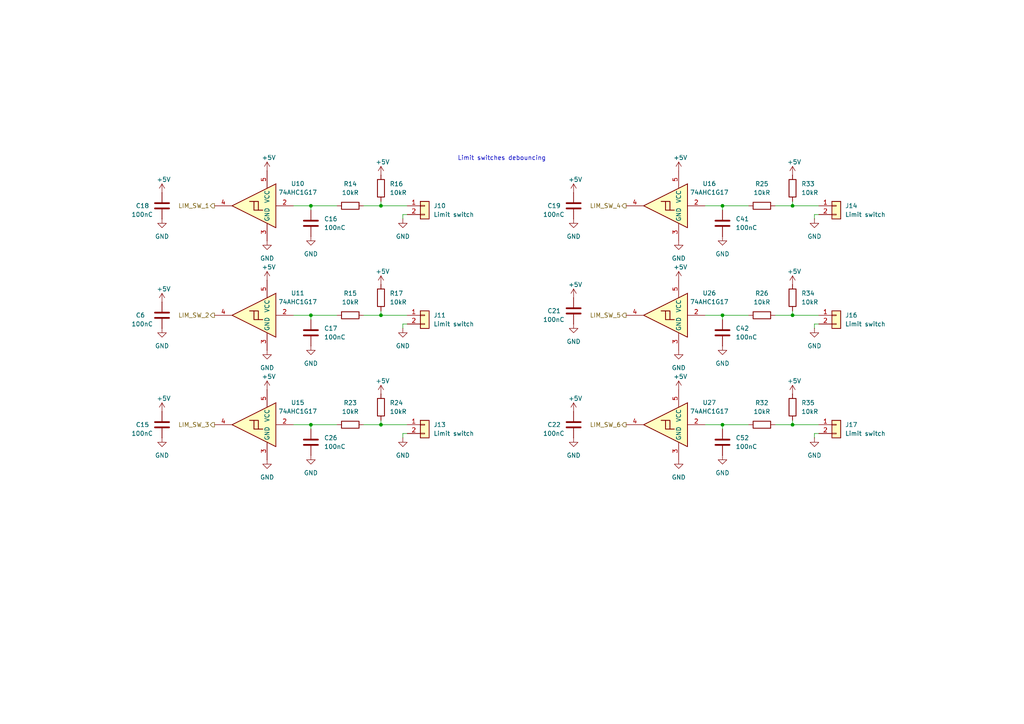
<source format=kicad_sch>
(kicad_sch (version 20250114) (generator "eeschema") (generator_version "9.0")
  (paper "A4")
  (lib_symbols
    (symbol "74xGxx:74LVC1G17"
      (property "Reference" "U" (at 0 3.81 0))
      (property "Value" "74LVC1G17" (at 0 -3.81 0))
      (symbol "74LVC1G17_0_1"
        (polyline (pts (xy -7.62 6.35) (xy -7.62 -6.35) (xy 5.08 0) (xy -7.62 6.35)) (stroke (width 0.254)) (fill (type background)))
        (polyline (pts (xy -3.81 -1.27) (xy -2.54 -1.27) (xy -2.54 1.27) (xy -1.27 1.27)) (stroke (width 0.254)) (fill (type background)))
        (polyline (pts (xy -2.54 -1.27) (xy -1.27 -1.27) (xy -1.27 1.27) (xy 0 1.27)) (stroke (width 0.254)) (fill (type background)))
      )
      (symbol "74LVC1G17_1_1"
        (pin input line (at -12.7 0 0) (length 5.08) (name "~") (number "2"))
        (pin no_connect line (at -7.62 5.08 180) (length 5.08) (hide yes) (name "NC") (number "1"))
        (pin power_in line (at -5.08 10.16 270) (length 5.08) (name "VCC") (number "5"))
        (pin power_in line (at -5.08 -10.16 90) (length 5.08) (name "GND") (number "3"))
        (pin output line (at 10.16 0 180) (length 5.08) (name "~") (number "4"))
      )
    )
    (symbol "Connector_Generic:Conn_01x02" (pin_names (offset 1.016) (hide yes))
      (property "Reference" "J" (at 0 2.54 0))
      (property "Value" "Conn_01x02" (at 0 -5.08 0))
      (symbol "Conn_01x02_1_1"
        (rectangle (start -1.27 1.27) (end 1.27 -3.81) (stroke (width 0.254)) (fill (type background)))
        (rectangle (start -1.27 0.127) (end 0 -0.127) (stroke (width 0.1524)))
        (rectangle (start -1.27 -2.413) (end 0 -2.667) (stroke (width 0.1524)))
        (pin passive line (at -5.08 0 0) (length 3.81) (name "Pin_1") (number "1"))
        (pin passive line (at -5.08 -2.54 0) (length 3.81) (name "Pin_2") (number "2"))
      )
    )
    (symbol "Device:C" (pin_numbers (hide yes)) (pin_names (offset 0.254))
      (property "Reference" "C" (at 0.635 2.54 0))
      (property "Value" "C" (at 0.635 -2.54 0))
      (symbol "C_0_1"
        (polyline (pts (xy -2.032 0.762) (xy 2.032 0.762)) (stroke (width 0.508)))
        (polyline (pts (xy -2.032 -0.762) (xy 2.032 -0.762)) (stroke (width 0.508)))
      )
      (symbol "C_1_1"
        (pin passive line (at 0 3.81 270) (length 2.794) (name "~") (number "1"))
        (pin passive line (at 0 -3.81 90) (length 2.794) (name "~") (number "2"))
      )
    )
    (symbol "Device:R" (pin_numbers (hide yes)) (pin_names (offset 0))
      (property "Reference" "R" (at 2.032 0 90))
      (property "Value" "R" (at 0 0 90))
      (symbol "R_0_1"
        (rectangle (start -1.016 -2.54) (end 1.016 2.54) (stroke (width 0.254)))
      )
      (symbol "R_1_1"
        (pin passive line (at 0 3.81 270) (length 1.27) (name "~") (number "1"))
        (pin passive line (at 0 -3.81 90) (length 1.27) (name "~") (number "2"))
      )
    )
    (symbol "power:+5V" (power) (pin_numbers (hide yes)) (pin_names (offset 0) (hide yes))
      (property "Value" "+5V" (at 0 3.556 0))
      (symbol "+5V_0_1"
        (polyline (pts (xy -0.762 1.27) (xy 0 2.54)))
        (polyline (pts (xy 0 2.54) (xy 0.762 1.27)))
        (polyline (pts (xy 0 0) (xy 0 2.54)))
      )
      (symbol "+5V_1_1"
        (pin power_in line (at 0 0 90) (length 0) (name "~") (number "1"))
      )
    )
    (symbol "power:GND" (power) (pin_numbers (hide yes)) (pin_names (offset 0) (hide yes))
      (property "Value" "GND" (at 0 -3.81 0))
      (symbol "GND_0_1"
        (polyline (pts (xy 0 0) (xy 0 -1.27) (xy 1.27 -1.27) (xy 0 -2.54) (xy -1.27 -1.27) (xy 0 -1.27)))
      )
      (symbol "GND_1_1"
        (pin power_in line (at 0 0 270) (length 0) (name "~") (number "1"))
      )
    )
  )
  (text "Limit switches debouncing" (at 145.542 45.974 0) (effects (font (size 1.27 1.27))))
  (junction (at 229.87 123.19))
  (junction (at 209.55 123.19))
  (junction (at 209.55 59.69))
  (junction (at 90.17 123.19))
  (junction (at 110.49 91.44))
  (junction (at 110.49 123.19))
  (junction (at 209.55 91.44))
  (junction (at 229.87 59.69))
  (junction (at 90.17 91.44))
  (junction (at 110.49 59.69))
  (junction (at 229.87 91.44))
  (junction (at 90.17 59.69))
  (wire (pts (xy 105.41 59.69) (xy 110.49 59.69)))
  (wire (pts (xy 229.87 91.44) (xy 229.87 90.17)))
  (wire (pts (xy 209.55 123.19) (xy 217.17 123.19)))
  (wire (pts (xy 224.79 123.19) (xy 229.87 123.19)))
  (wire (pts (xy 105.41 91.44) (xy 110.49 91.44)))
  (wire (pts (xy 236.22 62.23) (xy 236.22 63.5)))
  (wire (pts (xy 237.49 91.44) (xy 229.87 91.44)))
  (wire (pts (xy 209.55 91.44) (xy 217.17 91.44)))
  (wire (pts (xy 204.47 59.69) (xy 209.55 59.69)))
  (wire (pts (xy 90.17 91.44) (xy 90.17 92.71)))
  (wire (pts (xy 209.55 123.19) (xy 209.55 124.46)))
  (wire (pts (xy 237.49 59.69) (xy 229.87 59.69)))
  (wire (pts (xy 209.55 59.69) (xy 217.17 59.69)))
  (wire (pts (xy 236.22 125.73) (xy 236.22 127)))
  (wire (pts (xy 110.49 123.19) (xy 110.49 121.92)))
  (wire (pts (xy 224.79 59.69) (xy 229.87 59.69)))
  (wire (pts (xy 116.84 125.73) (xy 116.84 127)))
  (wire (pts (xy 118.11 91.44) (xy 110.49 91.44)))
  (wire (pts (xy 118.11 123.19) (xy 110.49 123.19)))
  (wire (pts (xy 237.49 93.98) (xy 236.22 93.98)))
  (wire (pts (xy 224.79 91.44) (xy 229.87 91.44)))
  (wire (pts (xy 110.49 91.44) (xy 110.49 90.17)))
  (wire (pts (xy 204.47 123.19) (xy 209.55 123.19)))
  (wire (pts (xy 116.84 62.23) (xy 116.84 63.5)))
  (wire (pts (xy 118.11 62.23) (xy 116.84 62.23)))
  (wire (pts (xy 105.41 123.19) (xy 110.49 123.19)))
  (wire (pts (xy 85.09 59.69) (xy 90.17 59.69)))
  (wire (pts (xy 229.87 123.19) (xy 229.87 121.92)))
  (wire (pts (xy 118.11 93.98) (xy 116.84 93.98)))
  (wire (pts (xy 204.47 91.44) (xy 209.55 91.44)))
  (wire (pts (xy 85.09 91.44) (xy 90.17 91.44)))
  (wire (pts (xy 116.84 93.98) (xy 116.84 95.25)))
  (wire (pts (xy 229.87 59.69) (xy 229.87 58.42)))
  (wire (pts (xy 90.17 59.69) (xy 97.79 59.69)))
  (wire (pts (xy 90.17 59.69) (xy 90.17 60.96)))
  (wire (pts (xy 90.17 123.19) (xy 97.79 123.19)))
  (wire (pts (xy 237.49 125.73) (xy 236.22 125.73)))
  (wire (pts (xy 237.49 62.23) (xy 236.22 62.23)))
  (wire (pts (xy 90.17 123.19) (xy 90.17 124.46)))
  (wire (pts (xy 110.49 59.69) (xy 110.49 58.42)))
  (wire (pts (xy 209.55 59.69) (xy 209.55 60.96)))
  (wire (pts (xy 236.22 93.98) (xy 236.22 95.25)))
  (wire (pts (xy 118.11 125.73) (xy 116.84 125.73)))
  (wire (pts (xy 209.55 91.44) (xy 209.55 92.71)))
  (wire (pts (xy 118.11 59.69) (xy 110.49 59.69)))
  (wire (pts (xy 85.09 123.19) (xy 90.17 123.19)))
  (wire (pts (xy 90.17 91.44) (xy 97.79 91.44)))
  (wire (pts (xy 237.49 123.19) (xy 229.87 123.19)))
  (hierarchical_label "LIM_SW_4" (shape output) (at 181.61 59.69 180))
  (hierarchical_label "LIM_SW_5" (shape output) (at 181.61 91.44 180))
  (hierarchical_label "LIM_SW_2" (shape output) (at 62.23 91.44 180))
  (hierarchical_label "LIM_SW_3" (shape output) (at 62.23 123.19 180))
  (hierarchical_label "LIM_SW_6" (shape output) (at 181.61 123.19 180))
  (hierarchical_label "LIM_SW_1" (shape output) (at 62.23 59.69 180))
  (symbol (lib_id "Connector_Generic:Conn_01x02") (at 242.57 91.44 0) (unit 1)
    (property "Reference" "J16" (at 245.11 91.4399 0) (effects (justify left)))
    (property "Value" "Limit switch" (at 245.11 93.9799 0) (effects (justify left)))
    (property "Footprint" "Connector_JST:JST_PH_B2B-PH-K_1x02_P2.00mm_Vertical" (effects (hide yes)))
    (property "Description" "Generic connector, single row, 01x02, script generated (kicad-library-utils/schlib/autogen/connector/)" (effects (hide yes)))
    (property "MPN" "B2B-PH-K-S(LF)(SN)" (effects (hide yes)))
  )
  (symbol (lib_id "Connector_Generic:Conn_01x02") (at 242.57 123.19 0) (unit 1)
    (property "Reference" "J17" (at 245.11 123.1899 0) (effects (justify left)))
    (property "Value" "Limit switch" (at 245.11 125.7299 0) (effects (justify left)))
    (property "Footprint" "Connector_JST:JST_PH_B2B-PH-K_1x02_P2.00mm_Vertical" (effects (hide yes)))
    (property "Description" "Generic connector, single row, 01x02, script generated (kicad-library-utils/schlib/autogen/connector/)" (effects (hide yes)))
    (property "MPN" "B2B-PH-K-S(LF)(SN)" (effects (hide yes)))
  )
  (symbol (lib_id "power:GND") (at 196.85 133.35 0) (mirror y) (unit 1)
    (property "Reference" "#PWR06" (effects (hide yes)))
    (property "Value" "GND" (at 196.85 138.43 0))
    (property "Description" "Power symbol creates a global label with name \"GND\" , ground" (effects (hide yes)))
  )
  (symbol (lib_id "Connector_Generic:Conn_01x02") (at 123.19 123.19 0) (unit 1)
    (property "Reference" "J13" (at 125.73 123.1899 0) (effects (justify left)))
    (property "Value" "Limit switch" (at 125.73 125.7299 0) (effects (justify left)))
    (property "Footprint" "Connector_JST:JST_PH_B2B-PH-K_1x02_P2.00mm_Vertical" (effects (hide yes)))
    (property "Description" "Generic connector, single row, 01x02, script generated (kicad-library-utils/schlib/autogen/connector/)" (effects (hide yes)))
    (property "MPN" "B2B-PH-K-S(LF)(SN)" (effects (hide yes)))
  )
  (symbol (lib_id "Device:C") (at 46.99 59.69 0) (unit 1)
    (property "Reference" "C18" (at 39.37 59.69 0) (effects (justify left)))
    (property "Value" "100nC" (at 38.1 62.23 0) (effects (justify left)))
    (property "Footprint" "Capacitor_SMD:C_0603_1608Metric" (effects (hide yes)))
    (property "Status" "OK" (effects (hide yes)))
  )
  (symbol (lib_id "power:+5V") (at 77.47 113.03 0) (mirror y) (unit 1)
    (property "Reference" "#PWR0161" (effects (hide yes)))
    (property "Value" "+5V" (at 80.01 109.22 0) (effects (justify left)))
  )
  (symbol (lib_id "power:+5V") (at 110.49 50.8 0) (mirror y) (unit 1)
    (property "Reference" "#PWR0150" (effects (hide yes)))
    (property "Value" "+5V" (at 113.03 46.99 0) (effects (justify left)))
  )
  (symbol (lib_id "power:GND") (at 166.37 93.98 0) (unit 1)
    (property "Reference" "#PWR022" (effects (hide yes)))
    (property "Value" "GND" (at 166.37 99.06 0))
    (property "Description" "Power symbol creates a global label with name \"GND\" , ground" (effects (hide yes)))
  )
  (symbol (lib_id "Device:C") (at 166.37 123.19 0) (unit 1)
    (property "Reference" "C22" (at 158.75 123.19 0) (effects (justify left)))
    (property "Value" "100nC" (at 157.48 125.73 0) (effects (justify left)))
    (property "Footprint" "Capacitor_SMD:C_0603_1608Metric" (effects (hide yes)))
    (property "Status" "OK" (effects (hide yes)))
  )
  (symbol (lib_id "power:+5V") (at 77.47 49.53 0) (mirror y) (unit 1)
    (property "Reference" "#PWR03" (effects (hide yes)))
    (property "Value" "+5V" (at 80.01 45.72 0) (effects (justify left)))
  )
  (symbol (lib_id "power:GND") (at 196.85 101.6 0) (mirror y) (unit 1)
    (property "Reference" "#PWR08" (effects (hide yes)))
    (property "Value" "GND" (at 196.85 106.68 0))
    (property "Description" "Power symbol creates a global label with name \"GND\" , ground" (effects (hide yes)))
  )
  (symbol (lib_id "Device:C") (at 166.37 59.69 0) (unit 1)
    (property "Reference" "C19" (at 158.75 59.69 0) (effects (justify left)))
    (property "Value" "100nC" (at 157.48 62.23 0) (effects (justify left)))
    (property "Footprint" "Capacitor_SMD:C_0603_1608Metric" (effects (hide yes)))
    (property "Status" "OK" (effects (hide yes)))
  )
  (symbol (lib_id "Connector_Generic:Conn_01x02") (at 242.57 59.69 0) (unit 1)
    (property "Reference" "J14" (at 245.11 59.6899 0) (effects (justify left)))
    (property "Value" "Limit switch" (at 245.11 62.2299 0) (effects (justify left)))
    (property "Footprint" "Connector_JST:JST_PH_B2B-PH-K_1x02_P2.00mm_Vertical" (effects (hide yes)))
    (property "Description" "Generic connector, single row, 01x02, script generated (kicad-library-utils/schlib/autogen/connector/)" (effects (hide yes)))
    (property "MPN" "B2B-PH-K-S(LF)(SN)" (effects (hide yes)))
  )
  (symbol (lib_id "power:GND") (at 90.17 132.08 0) (unit 1)
    (property "Reference" "#PWR040" (effects (hide yes)))
    (property "Value" "GND" (at 90.17 137.16 0))
    (property "Description" "Power symbol creates a global label with name \"GND\" , ground" (effects (hide yes)))
  )
  (symbol (lib_id "Device:R") (at 220.98 59.69 90) (unit 1)
    (property "Reference" "R25" (at 220.98 53.34 90))
    (property "Value" "10kR" (at 220.98 55.88 90))
    (property "Footprint" "Resistor_SMD:R_0805_2012Metric" (effects (hide yes)))
    (property "Datasheet" "https://www.lcsc.com/datasheet/lcsc_datasheet_1810171610_YAGEO-RC0805JR-0710KL_C100047.pdf" (effects (hide yes)))
    (property "Description" "Resistor" (effects (hide yes)))
    (property "MPN" "RC0805JR-0710KL" (effects (hide yes)))
    (property "Status" "OK" (effects (hide yes)))
  )
  (symbol (lib_id "Device:C") (at 166.37 90.17 0) (unit 1)
    (property "Reference" "C21" (at 158.75 90.17 0) (effects (justify left)))
    (property "Value" "100nC" (at 157.48 92.71 0) (effects (justify left)))
    (property "Footprint" "Capacitor_SMD:C_0603_1608Metric" (effects (hide yes)))
    (property "Status" "OK" (effects (hide yes)))
  )
  (symbol (lib_id "power:+5V") (at 166.37 86.36 0) (mirror y) (unit 1)
    (property "Reference" "#PWR021" (effects (hide yes)))
    (property "Value" "+5V" (at 168.91 82.55 0) (effects (justify left)))
  )
  (symbol (lib_id "power:+5V") (at 46.99 119.38 0) (mirror y) (unit 1)
    (property "Reference" "#PWR0162" (effects (hide yes)))
    (property "Value" "+5V" (at 49.53 115.57 0) (effects (justify left)))
  )
  (symbol (lib_id "Device:C") (at 46.99 123.19 0) (unit 1)
    (property "Reference" "C15" (at 39.37 123.19 0) (effects (justify left)))
    (property "Value" "100nC" (at 38.1 125.73 0) (effects (justify left)))
    (property "Footprint" "Capacitor_SMD:C_0603_1608Metric" (effects (hide yes)))
    (property "Status" "OK" (effects (hide yes)))
  )
  (symbol (lib_id "power:+5V") (at 229.87 82.55 0) (mirror y) (unit 1)
    (property "Reference" "#PWR059" (effects (hide yes)))
    (property "Value" "+5V" (at 232.41 78.74 0) (effects (justify left)))
  )
  (symbol (lib_id "Device:R") (at 101.6 91.44 90) (unit 1)
    (property "Reference" "R15" (at 101.6 85.09 90))
    (property "Value" "10kR" (at 101.6 87.63 90))
    (property "Footprint" "Resistor_SMD:R_0805_2012Metric" (effects (hide yes)))
    (property "Datasheet" "https://www.lcsc.com/datasheet/lcsc_datasheet_1810171610_YAGEO-RC0805JR-0710KL_C100047.pdf" (effects (hide yes)))
    (property "Description" "Resistor" (effects (hide yes)))
    (property "MPN" "RC0805JR-0710KL" (effects (hide yes)))
    (property "Status" "OK" (effects (hide yes)))
  )
  (symbol (lib_id "Device:C") (at 90.17 128.27 0) (unit 1)
    (property "Reference" "C26" (at 93.98 126.9999 0) (effects (justify left)))
    (property "Value" "100nC" (at 93.98 129.5399 0) (effects (justify left)))
    (property "Footprint" "Capacitor_SMD:C_0603_1608Metric" (effects (hide yes)))
    (property "Description" "Unpolarized capacitor" (effects (hide yes)))
    (property "Status" "OK" (effects (hide yes)))
  )
  (symbol (lib_id "power:+5V") (at 196.85 49.53 0) (mirror y) (unit 1)
    (property "Reference" "#PWR09" (effects (hide yes)))
    (property "Value" "+5V" (at 199.39 45.72 0) (effects (justify left)))
  )
  (symbol (lib_id "power:GND") (at 46.99 127 0) (unit 1)
    (property "Reference" "#PWR0163" (effects (hide yes)))
    (property "Value" "GND" (at 46.99 132.08 0))
    (property "Description" "Power symbol creates a global label with name \"GND\" , ground" (effects (hide yes)))
  )
  (symbol (lib_id "power:+5V") (at 77.47 81.28 0) (mirror y) (unit 1)
    (property "Reference" "#PWR01" (effects (hide yes)))
    (property "Value" "+5V" (at 80.01 77.47 0) (effects (justify left)))
  )
  (symbol (lib_id "Device:R") (at 110.49 118.11 180) (unit 1)
    (property "Reference" "R24" (at 113.03 116.8399 0) (effects (justify right)))
    (property "Value" "10kR" (at 113.03 119.3799 0) (effects (justify right)))
    (property "Footprint" "Resistor_SMD:R_0805_2012Metric" (effects (hide yes)))
    (property "Datasheet" "https://www.lcsc.com/datasheet/lcsc_datasheet_1810171610_YAGEO-RC0805JR-0710KL_C100047.pdf" (effects (hide yes)))
    (property "Description" "Resistor" (effects (hide yes)))
    (property "MPN" "RC0805JR-0710KL" (effects (hide yes)))
    (property "Status" "OK" (effects (hide yes)))
  )
  (symbol (lib_id "power:GND") (at 90.17 68.58 0) (unit 1)
    (property "Reference" "#PWR0148" (effects (hide yes)))
    (property "Value" "GND" (at 90.17 73.66 0))
    (property "Description" "Power symbol creates a global label with name \"GND\" , ground" (effects (hide yes)))
  )
  (symbol (lib_id "power:GND") (at 166.37 127 0) (unit 1)
    (property "Reference" "#PWR024" (effects (hide yes)))
    (property "Value" "GND" (at 166.37 132.08 0))
    (property "Description" "Power symbol creates a global label with name \"GND\" , ground" (effects (hide yes)))
  )
  (symbol (lib_id "power:GND") (at 209.55 132.08 0) (unit 1)
    (property "Reference" "#PWR056" (effects (hide yes)))
    (property "Value" "GND" (at 209.55 137.16 0))
    (property "Description" "Power symbol creates a global label with name \"GND\" , ground" (effects (hide yes)))
  )
  (symbol (lib_id "power:+5V") (at 110.49 82.55 0) (mirror y) (unit 1)
    (property "Reference" "#PWR0149" (effects (hide yes)))
    (property "Value" "+5V" (at 113.03 78.74 0) (effects (justify left)))
  )
  (symbol (lib_id "power:GND") (at 166.37 63.5 0) (unit 1)
    (property "Reference" "#PWR019" (effects (hide yes)))
    (property "Value" "GND" (at 166.37 68.58 0))
    (property "Description" "Power symbol creates a global label with name \"GND\" , ground" (effects (hide yes)))
  )
  (symbol (lib_id "power:GND") (at 116.84 63.5 0) (unit 1)
    (property "Reference" "#PWR0151" (effects (hide yes)))
    (property "Value" "GND" (at 116.84 68.58 0))
    (property "Description" "Power symbol creates a global label with name \"GND\" , ground" (effects (hide yes)))
  )
  (symbol (lib_id "power:GND") (at 77.47 133.35 0) (mirror y) (unit 1)
    (property "Reference" "#PWR0164" (effects (hide yes)))
    (property "Value" "GND" (at 77.47 138.43 0))
    (property "Description" "Power symbol creates a global label with name \"GND\" , ground" (effects (hide yes)))
  )
  (symbol (lib_id "Device:R") (at 110.49 86.36 180) (unit 1)
    (property "Reference" "R17" (at 113.03 85.0899 0) (effects (justify right)))
    (property "Value" "10kR" (at 113.03 87.6299 0) (effects (justify right)))
    (property "Footprint" "Resistor_SMD:R_0805_2012Metric" (effects (hide yes)))
    (property "Datasheet" "https://www.lcsc.com/datasheet/lcsc_datasheet_1810171610_YAGEO-RC0805JR-0710KL_C100047.pdf" (effects (hide yes)))
    (property "Description" "Resistor" (effects (hide yes)))
    (property "MPN" "RC0805JR-0710KL" (effects (hide yes)))
    (property "Status" "OK" (effects (hide yes)))
  )
  (symbol (lib_id "power:GND") (at 77.47 101.6 0) (mirror y) (unit 1)
    (property "Reference" "#PWR02" (effects (hide yes)))
    (property "Value" "GND" (at 77.47 106.68 0))
    (property "Description" "Power symbol creates a global label with name \"GND\" , ground" (effects (hide yes)))
  )
  (symbol (lib_id "power:GND") (at 209.55 100.33 0) (unit 1)
    (property "Reference" "#PWR055" (effects (hide yes)))
    (property "Value" "GND" (at 209.55 105.41 0))
    (property "Description" "Power symbol creates a global label with name \"GND\" , ground" (effects (hide yes)))
  )
  (symbol (lib_id "Connector_Generic:Conn_01x02") (at 123.19 91.44 0) (unit 1)
    (property "Reference" "J11" (at 125.73 91.4399 0) (effects (justify left)))
    (property "Value" "Limit switch" (at 125.73 93.9799 0) (effects (justify left)))
    (property "Footprint" "Connector_JST:JST_PH_B2B-PH-K_1x02_P2.00mm_Vertical" (effects (hide yes)))
    (property "Description" "Generic connector, single row, 01x02, script generated (kicad-library-utils/schlib/autogen/connector/)" (effects (hide yes)))
    (property "MPN" "B2B-PH-K-S(LF)(SN)" (effects (hide yes)))
  )
  (symbol (lib_id "Device:R") (at 101.6 59.69 90) (unit 1)
    (property "Reference" "R14" (at 101.6 53.34 90))
    (property "Value" "10kR" (at 101.6 55.88 90))
    (property "Footprint" "Resistor_SMD:R_0805_2012Metric" (effects (hide yes)))
    (property "Datasheet" "https://www.lcsc.com/datasheet/lcsc_datasheet_1810171610_YAGEO-RC0805JR-0710KL_C100047.pdf" (effects (hide yes)))
    (property "Description" "Resistor" (effects (hide yes)))
    (property "MPN" "RC0805JR-0710KL" (effects (hide yes)))
    (property "Status" "OK" (effects (hide yes)))
  )
  (symbol (lib_id "power:GND") (at 46.99 95.25 0) (unit 1)
    (property "Reference" "#PWR012" (effects (hide yes)))
    (property "Value" "GND" (at 46.99 100.33 0))
    (property "Description" "Power symbol creates a global label with name \"GND\" , ground" (effects (hide yes)))
  )
  (symbol (lib_id "power:GND") (at 77.47 69.85 0) (mirror y) (unit 1)
    (property "Reference" "#PWR04" (effects (hide yes)))
    (property "Value" "GND" (at 77.47 74.93 0))
    (property "Description" "Power symbol creates a global label with name \"GND\" , ground" (effects (hide yes)))
  )
  (symbol (lib_id "power:GND") (at 236.22 127 0) (unit 1)
    (property "Reference" "#PWR095" (effects (hide yes)))
    (property "Value" "GND" (at 236.22 132.08 0))
    (property "Description" "Power symbol creates a global label with name \"GND\" , ground" (effects (hide yes)))
  )
  (symbol (lib_id "Device:R") (at 229.87 86.36 180) (unit 1)
    (property "Reference" "R34" (at 232.41 85.0899 0) (effects (justify right)))
    (property "Value" "10kR" (at 232.41 87.6299 0) (effects (justify right)))
    (property "Footprint" "Resistor_SMD:R_0805_2012Metric" (effects (hide yes)))
    (property "Datasheet" "https://www.lcsc.com/datasheet/lcsc_datasheet_1810171610_YAGEO-RC0805JR-0710KL_C100047.pdf" (effects (hide yes)))
    (property "Description" "Resistor" (effects (hide yes)))
    (property "MPN" "RC0805JR-0710KL" (effects (hide yes)))
    (property "Status" "OK" (effects (hide yes)))
  )
  (symbol (lib_id "power:GND") (at 209.55 68.58 0) (unit 1)
    (property "Reference" "#PWR043" (effects (hide yes)))
    (property "Value" "GND" (at 209.55 73.66 0))
    (property "Description" "Power symbol creates a global label with name \"GND\" , ground" (effects (hide yes)))
  )
  (symbol (lib_id "power:+5V") (at 166.37 55.88 0) (mirror y) (unit 1)
    (property "Reference" "#PWR016" (effects (hide yes)))
    (property "Value" "+5V" (at 168.91 52.07 0) (effects (justify left)))
  )
  (symbol (lib_id "74xGxx:74LVC1G17") (at 72.39 91.44 0) (mirror y) (unit 1)
    (property "Reference" "U11" (at 86.36 85.0198 0))
    (property "Value" "74AHC1G17" (at 86.36 87.5598 0))
    (property "Footprint" "Package_TO_SOT_SMD:SC-74A-5_1.55x2.9mm_P0.95mm" (effects (hide yes)))
    (property "Datasheet" "https://assets.nexperia.com/documents/data-sheet/74AHC_AHCT1G17.pdf" (effects (hide yes)))
    (property "Description" "Single Schmitt Buffer Gate, Low-Voltage CMOS" (effects (hide yes)))
    (property "MPN" "74AHC1G17GVH" (effects (hide yes)))
  )
  (symbol (lib_id "Device:C") (at 90.17 96.52 0) (unit 1)
    (property "Reference" "C17" (at 93.98 95.2499 0) (effects (justify left)))
    (property "Value" "100nC" (at 93.98 97.7899 0) (effects (justify left)))
    (property "Footprint" "Capacitor_SMD:C_0603_1608Metric" (effects (hide yes)))
    (property "Description" "Unpolarized capacitor" (effects (hide yes)))
    (property "Status" "OK" (effects (hide yes)))
  )
  (symbol (lib_id "power:GND") (at 236.22 95.25 0) (unit 1)
    (property "Reference" "#PWR094" (effects (hide yes)))
    (property "Value" "GND" (at 236.22 100.33 0))
    (property "Description" "Power symbol creates a global label with name \"GND\" , ground" (effects (hide yes)))
  )
  (symbol (lib_id "Device:R") (at 101.6 123.19 90) (unit 1)
    (property "Reference" "R23" (at 101.6 116.84 90))
    (property "Value" "10kR" (at 101.6 119.38 90))
    (property "Footprint" "Resistor_SMD:R_0805_2012Metric" (effects (hide yes)))
    (property "Datasheet" "https://www.lcsc.com/datasheet/lcsc_datasheet_1810171610_YAGEO-RC0805JR-0710KL_C100047.pdf" (effects (hide yes)))
    (property "Description" "Resistor" (effects (hide yes)))
    (property "MPN" "RC0805JR-0710KL" (effects (hide yes)))
    (property "Status" "OK" (effects (hide yes)))
  )
  (symbol (lib_id "power:+5V") (at 229.87 114.3 0) (mirror y) (unit 1)
    (property "Reference" "#PWR061" (effects (hide yes)))
    (property "Value" "+5V" (at 232.41 110.49 0) (effects (justify left)))
  )
  (symbol (lib_id "Device:R") (at 229.87 54.61 180) (unit 1)
    (property "Reference" "R33" (at 232.41 53.3399 0) (effects (justify right)))
    (property "Value" "10kR" (at 232.41 55.8799 0) (effects (justify right)))
    (property "Footprint" "Resistor_SMD:R_0805_2012Metric" (effects (hide yes)))
    (property "Datasheet" "https://www.lcsc.com/datasheet/lcsc_datasheet_1810171610_YAGEO-RC0805JR-0710KL_C100047.pdf" (effects (hide yes)))
    (property "Description" "Resistor" (effects (hide yes)))
    (property "MPN" "RC0805JR-0710KL" (effects (hide yes)))
    (property "Status" "OK" (effects (hide yes)))
  )
  (symbol (lib_id "power:+5V") (at 196.85 113.03 0) (mirror y) (unit 1)
    (property "Reference" "#PWR05" (effects (hide yes)))
    (property "Value" "+5V" (at 199.39 109.22 0) (effects (justify left)))
  )
  (symbol (lib_id "power:+5V") (at 46.99 55.88 0) (mirror y) (unit 1)
    (property "Reference" "#PWR013" (effects (hide yes)))
    (property "Value" "+5V" (at 49.53 52.07 0) (effects (justify left)))
  )
  (symbol (lib_id "Device:C") (at 90.17 64.77 0) (unit 1)
    (property "Reference" "C16" (at 93.98 63.4999 0) (effects (justify left)))
    (property "Value" "100nC" (at 93.98 66.0399 0) (effects (justify left)))
    (property "Footprint" "Capacitor_SMD:C_0603_1608Metric" (effects (hide yes)))
    (property "Description" "Unpolarized capacitor" (effects (hide yes)))
    (property "Status" "OK" (effects (hide yes)))
  )
  (symbol (lib_id "power:+5V") (at 196.85 81.28 0) (mirror y) (unit 1)
    (property "Reference" "#PWR07" (effects (hide yes)))
    (property "Value" "+5V" (at 199.39 77.47 0) (effects (justify left)))
  )
  (symbol (lib_id "Device:C") (at 209.55 96.52 0) (unit 1)
    (property "Reference" "C42" (at 213.36 95.2499 0) (effects (justify left)))
    (property "Value" "100nC" (at 213.36 97.7899 0) (effects (justify left)))
    (property "Footprint" "Capacitor_SMD:C_0603_1608Metric" (effects (hide yes)))
    (property "Description" "Unpolarized capacitor" (effects (hide yes)))
    (property "Status" "OK" (effects (hide yes)))
  )
  (symbol (lib_id "Device:C") (at 209.55 128.27 0) (unit 1)
    (property "Reference" "C52" (at 213.36 126.9999 0) (effects (justify left)))
    (property "Value" "100nC" (at 213.36 129.5399 0) (effects (justify left)))
    (property "Footprint" "Capacitor_SMD:C_0603_1608Metric" (effects (hide yes)))
    (property "Description" "Unpolarized capacitor" (effects (hide yes)))
    (property "Status" "OK" (effects (hide yes)))
  )
  (symbol (lib_id "Connector_Generic:Conn_01x02") (at 123.19 59.69 0) (unit 1)
    (property "Reference" "J10" (at 125.73 59.6899 0) (effects (justify left)))
    (property "Value" "Limit switch" (at 125.73 62.2299 0) (effects (justify left)))
    (property "Footprint" "Connector_JST:JST_PH_B2B-PH-K_1x02_P2.00mm_Vertical" (effects (hide yes)))
    (property "Description" "Generic connector, single row, 01x02, script generated (kicad-library-utils/schlib/autogen/connector/)" (effects (hide yes)))
    (property "MPN" "B2B-PH-K-S(LF)(SN)" (effects (hide yes)))
  )
  (symbol (lib_id "power:+5V") (at 166.37 119.38 0) (mirror y) (unit 1)
    (property "Reference" "#PWR023" (effects (hide yes)))
    (property "Value" "+5V" (at 168.91 115.57 0) (effects (justify left)))
  )
  (symbol (lib_id "power:+5V") (at 46.99 87.63 0) (mirror y) (unit 1)
    (property "Reference" "#PWR011" (effects (hide yes)))
    (property "Value" "+5V" (at 49.53 83.82 0) (effects (justify left)))
  )
  (symbol (lib_id "power:GND") (at 116.84 95.25 0) (unit 1)
    (property "Reference" "#PWR0155" (effects (hide yes)))
    (property "Value" "GND" (at 116.84 100.33 0))
    (property "Description" "Power symbol creates a global label with name \"GND\" , ground" (effects (hide yes)))
  )
  (symbol (lib_id "power:GND") (at 196.85 69.85 0) (mirror y) (unit 1)
    (property "Reference" "#PWR010" (effects (hide yes)))
    (property "Value" "GND" (at 196.85 74.93 0))
    (property "Description" "Power symbol creates a global label with name \"GND\" , ground" (effects (hide yes)))
  )
  (symbol (lib_id "power:GND") (at 46.99 63.5 0) (unit 1)
    (property "Reference" "#PWR014" (effects (hide yes)))
    (property "Value" "GND" (at 46.99 68.58 0))
    (property "Description" "Power symbol creates a global label with name \"GND\" , ground" (effects (hide yes)))
  )
  (symbol (lib_id "power:+5V") (at 110.49 114.3 0) (mirror y) (unit 1)
    (property "Reference" "#PWR041" (effects (hide yes)))
    (property "Value" "+5V" (at 113.03 110.49 0) (effects (justify left)))
  )
  (symbol (lib_id "74xGxx:74LVC1G17") (at 191.77 91.44 0) (mirror y) (unit 1)
    (property "Reference" "U26" (at 205.74 85.0198 0))
    (property "Value" "74AHC1G17" (at 205.74 87.5598 0))
    (property "Footprint" "Package_TO_SOT_SMD:SC-74A-5_1.55x2.9mm_P0.95mm" (effects (hide yes)))
    (property "Datasheet" "https://assets.nexperia.com/documents/data-sheet/74AHC_AHCT1G17.pdf" (effects (hide yes)))
    (property "Description" "Single Schmitt Buffer Gate, Low-Voltage CMOS" (effects (hide yes)))
    (property "MPN" "74AHC1G17GVH" (effects (hide yes)))
  )
  (symbol (lib_id "power:GND") (at 90.17 100.33 0) (unit 1)
    (property "Reference" "#PWR0156" (effects (hide yes)))
    (property "Value" "GND" (at 90.17 105.41 0))
    (property "Description" "Power symbol creates a global label with name \"GND\" , ground" (effects (hide yes)))
  )
  (symbol (lib_id "Device:C") (at 209.55 64.77 0) (unit 1)
    (property "Reference" "C41" (at 213.36 63.4999 0) (effects (justify left)))
    (property "Value" "100nC" (at 213.36 66.0399 0) (effects (justify left)))
    (property "Footprint" "Capacitor_SMD:C_0603_1608Metric" (effects (hide yes)))
    (property "Description" "Unpolarized capacitor" (effects (hide yes)))
    (property "Status" "OK" (effects (hide yes)))
  )
  (symbol (lib_id "Device:R") (at 229.87 118.11 180) (unit 1)
    (property "Reference" "R35" (at 232.41 116.8399 0) (effects (justify right)))
    (property "Value" "10kR" (at 232.41 119.3799 0) (effects (justify right)))
    (property "Footprint" "Resistor_SMD:R_0805_2012Metric" (effects (hide yes)))
    (property "Datasheet" "https://www.lcsc.com/datasheet/lcsc_datasheet_1810171610_YAGEO-RC0805JR-0710KL_C100047.pdf" (effects (hide yes)))
    (property "Description" "Resistor" (effects (hide yes)))
    (property "MPN" "RC0805JR-0710KL" (effects (hide yes)))
    (property "Status" "OK" (effects (hide yes)))
  )
  (symbol (lib_id "74xGxx:74LVC1G17") (at 72.39 123.19 0) (mirror y) (unit 1)
    (property "Reference" "U15" (at 86.36 116.7698 0))
    (property "Value" "74AHC1G17" (at 86.36 119.3098 0))
    (property "Footprint" "Package_TO_SOT_SMD:SC-74A-5_1.55x2.9mm_P0.95mm" (effects (hide yes)))
    (property "Datasheet" "https://assets.nexperia.com/documents/data-sheet/74AHC_AHCT1G17.pdf" (effects (hide yes)))
    (property "Description" "Single Schmitt Buffer Gate, Low-Voltage CMOS" (effects (hide yes)))
    (property "MPN" "74AHC1G17GVH" (effects (hide yes)))
  )
  (symbol (lib_id "74xGxx:74LVC1G17") (at 72.39 59.69 0) (mirror y) (unit 1)
    (property "Reference" "U10" (at 86.36 53.2698 0))
    (property "Value" "74AHC1G17" (at 86.36 55.8098 0))
    (property "Footprint" "Package_TO_SOT_SMD:SC-74A-5_1.55x2.9mm_P0.95mm" (effects (hide yes)))
    (property "Datasheet" "https://assets.nexperia.com/documents/data-sheet/74AHC_AHCT1G17.pdf" (effects (hide yes)))
    (property "Description" "Single Schmitt Buffer Gate, Low-Voltage CMOS" (effects (hide yes)))
    (property "MPN" "74AHC1G17GVH" (effects (hide yes)))
  )
  (symbol (lib_id "power:GND") (at 116.84 127 0) (unit 1)
    (property "Reference" "#PWR042" (effects (hide yes)))
    (property "Value" "GND" (at 116.84 132.08 0))
    (property "Description" "Power symbol creates a global label with name \"GND\" , ground" (effects (hide yes)))
  )
  (symbol (lib_id "Device:C") (at 46.99 91.44 0) (unit 1)
    (property "Reference" "C6" (at 39.37 91.44 0) (effects (justify left)))
    (property "Value" "100nC" (at 38.1 93.98 0) (effects (justify left)))
    (property "Footprint" "Capacitor_SMD:C_0603_1608Metric" (effects (hide yes)))
    (property "Status" "OK" (effects (hide yes)))
  )
  (symbol (lib_id "Device:R") (at 110.49 54.61 180) (unit 1)
    (property "Reference" "R16" (at 113.03 53.3399 0) (effects (justify right)))
    (property "Value" "10kR" (at 113.03 55.8799 0) (effects (justify right)))
    (property "Footprint" "Resistor_SMD:R_0805_2012Metric" (effects (hide yes)))
    (property "Datasheet" "https://www.lcsc.com/datasheet/lcsc_datasheet_1810171610_YAGEO-RC0805JR-0710KL_C100047.pdf" (effects (hide yes)))
    (property "Description" "Resistor" (effects (hide yes)))
    (property "MPN" "RC0805JR-0710KL" (effects (hide yes)))
    (property "Status" "OK" (effects (hide yes)))
  )
  (symbol (lib_id "Device:R") (at 220.98 123.19 90) (unit 1)
    (property "Reference" "R32" (at 220.98 116.84 90))
    (property "Value" "10kR" (at 220.98 119.38 90))
    (property "Footprint" "Resistor_SMD:R_0805_2012Metric" (effects (hide yes)))
    (property "Datasheet" "https://www.lcsc.com/datasheet/lcsc_datasheet_1810171610_YAGEO-RC0805JR-0710KL_C100047.pdf" (effects (hide yes)))
    (property "Description" "Resistor" (effects (hide yes)))
    (property "MPN" "RC0805JR-0710KL" (effects (hide yes)))
    (property "Status" "OK" (effects (hide yes)))
  )
  (symbol (lib_id "power:GND") (at 236.22 63.5 0) (unit 1)
    (property "Reference" "#PWR062" (effects (hide yes)))
    (property "Value" "GND" (at 236.22 68.58 0))
    (property "Description" "Power symbol creates a global label with name \"GND\" , ground" (effects (hide yes)))
  )
  (symbol (lib_id "power:+5V") (at 229.87 50.8 0) (mirror y) (unit 1)
    (property "Reference" "#PWR058" (effects (hide yes)))
    (property "Value" "+5V" (at 232.41 46.99 0) (effects (justify left)))
  )
  (symbol (lib_id "74xGxx:74LVC1G17") (at 191.77 123.19 0) (mirror y) (unit 1)
    (property "Reference" "U27" (at 205.74 116.7698 0))
    (property "Value" "74AHC1G17" (at 205.74 119.3098 0))
    (property "Footprint" "Package_TO_SOT_SMD:SC-74A-5_1.55x2.9mm_P0.95mm" (effects (hide yes)))
    (property "Datasheet" "https://assets.nexperia.com/documents/data-sheet/74AHC_AHCT1G17.pdf" (effects (hide yes)))
    (property "Description" "Single Schmitt Buffer Gate, Low-Voltage CMOS" (effects (hide yes)))
    (property "MPN" "74AHC1G17GVH" (effects (hide yes)))
  )
  (symbol (lib_id "Device:R") (at 220.98 91.44 90) (unit 1)
    (property "Reference" "R26" (at 220.98 85.09 90))
    (property "Value" "10kR" (at 220.98 87.63 90))
    (property "Footprint" "Resistor_SMD:R_0805_2012Metric" (effects (hide yes)))
    (property "Datasheet" "https://www.lcsc.com/datasheet/lcsc_datasheet_1810171610_YAGEO-RC0805JR-0710KL_C100047.pdf" (effects (hide yes)))
    (property "Description" "Resistor" (effects (hide yes)))
    (property "MPN" "RC0805JR-0710KL" (effects (hide yes)))
    (property "Status" "OK" (effects (hide yes)))
  )
  (symbol (lib_id "74xGxx:74LVC1G17") (at 191.77 59.69 0) (mirror y) (unit 1)
    (property "Reference" "U16" (at 205.74 53.2698 0))
    (property "Value" "74AHC1G17" (at 205.74 55.8098 0))
    (property "Footprint" "Package_TO_SOT_SMD:SC-74A-5_1.55x2.9mm_P0.95mm" (effects (hide yes)))
    (property "Datasheet" "https://assets.nexperia.com/documents/data-sheet/74AHC_AHCT1G17.pdf" (effects (hide yes)))
    (property "Description" "Single Schmitt Buffer Gate, Low-Voltage CMOS" (effects (hide yes)))
    (property "MPN" "74AHC1G17GVH" (effects (hide yes)))
  )
)
</source>
